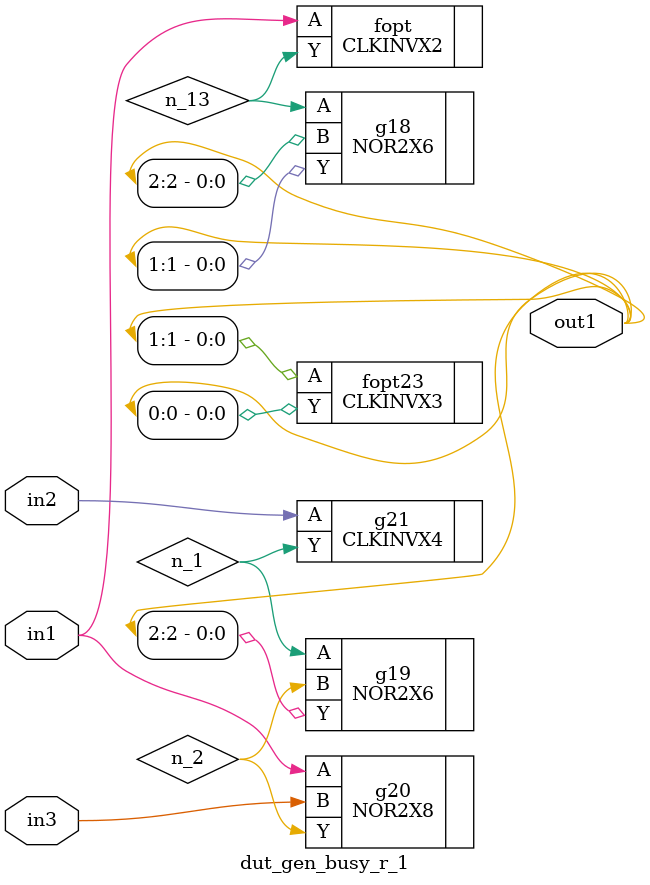
<source format=v>
`timescale 1ps / 1ps


module dut_gen_busy_r_1(in1, in2, in3, out1);
  input in1, in2, in3;
  output [2:0] out1;
  wire in1, in2, in3;
  wire [2:0] out1;
  wire n_1, n_2, n_13;
  NOR2X6 g18(.A (n_13), .B (out1[2]), .Y (out1[1]));
  NOR2X6 g19(.A (n_1), .B (n_2), .Y (out1[2]));
  NOR2X8 g20(.A (in1), .B (in3), .Y (n_2));
  CLKINVX4 g21(.A (in2), .Y (n_1));
  CLKINVX2 fopt(.A (in1), .Y (n_13));
  CLKINVX3 fopt23(.A (out1[1]), .Y (out1[0]));
endmodule



</source>
